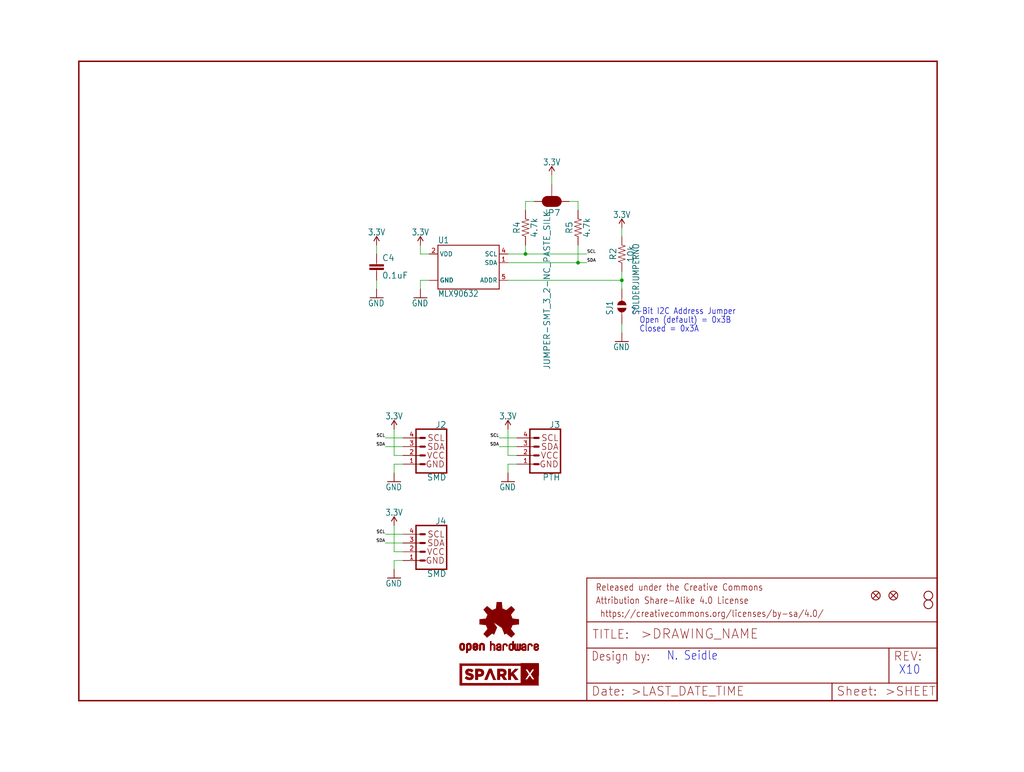
<source format=kicad_sch>
(kicad_sch (version 20211123) (generator eeschema)
  (paper "User" 297.002 223.926)
  (lib_symbols
    (symbol "eagleSchem-eagle-import:0.1UF-0603-25V-(+80{slash}-20%)"
      (property "Reference" "C" (at 1.524 2.921 0))
      (property "Value" "0.1UF-0603-25V-(+80{slash}-20%)" (at 1.524 -2.159 0))
      (symbol "0.1UF-0603-25V-(+80{slash}-20%)_1_0"
        (pin passive line (at 0 5.08 270) (length 2.54) (name "1") (number "1"))
        (pin passive line (at 0 -2.54 90) (length 2.54) (name "2") (number "2"))
      )
    )
    (symbol "eagleSchem-eagle-import:10KOHM-0603-1{slash}10W-1%"
      (property "Reference" "R" (at 0 1.524 0))
      (property "Value" "10KOHM-0603-1{slash}10W-1%" (at 0 -1.524 0))
      (symbol "10KOHM-0603-1{slash}10W-1%_1_0"
        (pin passive line (at -5.08 0 0) (length 2.54) (name "1") (number "1"))
        (pin passive line (at 5.08 0 180) (length 2.54) (name "2") (number "2"))
      )
    )
    (symbol "eagleSchem-eagle-import:3.3V" (power)
      (property "Value" "3.3V" (at 0 2.794 0))
      (symbol "3.3V_1_0"
        (pin power_in line (at 0 0 90) (length 2.54) (name "3.3V") (number "1"))
      )
    )
    (symbol "eagleSchem-eagle-import:4.7KOHM-0603-1{slash}10W-1%"
      (property "Reference" "R" (at 0 1.524 0))
      (property "Value" "4.7KOHM-0603-1{slash}10W-1%" (at 0 -1.524 0))
      (symbol "4.7KOHM-0603-1{slash}10W-1%_1_0"
        (pin passive line (at -5.08 0 0) (length 2.54) (name "1") (number "1"))
        (pin passive line (at 5.08 0 180) (length 2.54) (name "2") (number "2"))
      )
    )
    (symbol "eagleSchem-eagle-import:FIDUCIALUFIDUCIAL")
    (symbol "eagleSchem-eagle-import:FRAME-LETTER"
      (symbol "FRAME-LETTER_2_0"
        (text " https://creativecommons.org/licenses/by-sa/4.0/" (at 2.54 24.13 0) (effects (font (size 1.9304 1.6408)) (justify left bottom)))
        (text ">DRAWING_NAME" (at 15.494 17.78 0) (effects (font (size 2.7432 2.7432)) (justify left bottom)))
        (text ">LAST_DATE_TIME" (at 12.7 1.27 0) (effects (font (size 2.54 2.54)) (justify left bottom)))
        (text ">SHEET" (at 86.36 1.27 0) (effects (font (size 2.54 2.54)) (justify left bottom)))
        (text "Attribution Share-Alike 4.0 License" (at 2.54 27.94 0) (effects (font (size 1.9304 1.6408)) (justify left bottom)))
        (text "Date:" (at 1.27 1.27 0) (effects (font (size 2.54 2.54)) (justify left bottom)))
        (text "Design by:" (at 1.27 11.43 0) (effects (font (size 2.54 2.159)) (justify left bottom)))
        (text "Released under the Creative Commons" (at 2.54 31.75 0) (effects (font (size 1.9304 1.6408)) (justify left bottom)))
        (text "REV:" (at 88.9 11.43 0) (effects (font (size 2.54 2.54)) (justify left bottom)))
        (text "Sheet:" (at 72.39 1.27 0) (effects (font (size 2.54 2.54)) (justify left bottom)))
        (text "TITLE:" (at 1.524 17.78 0) (effects (font (size 2.54 2.54)) (justify left bottom)))
      )
    )
    (symbol "eagleSchem-eagle-import:GND" (power)
      (property "Value" "GND" (at -2.54 -2.54 0))
      (symbol "GND_1_0"
        (pin power_in line (at 0 2.54 270) (length 2.54) (name "GND") (number "1"))
      )
    )
    (symbol "eagleSchem-eagle-import:I2C_STANDARDJS-1MM"
      (property "Reference" "J" (at -5.08 7.874 0))
      (property "Value" "I2C_STANDARDJS-1MM" (at -5.08 -5.334 0))
      (symbol "I2C_STANDARDJS-1MM_1_0"
        (text "GND" (at -4.572 -2.54 0) (effects (font (size 1.778 1.778)) (justify left)))
        (text "SCL" (at -4.572 5.08 0) (effects (font (size 1.778 1.778)) (justify left)))
        (text "SDA" (at -4.572 2.54 0) (effects (font (size 1.778 1.778)) (justify left)))
        (text "VCC" (at -4.572 0 0) (effects (font (size 1.778 1.778)) (justify left)))
        (pin power_in line (at 7.62 -2.54 180) (length 5.08) (name "GND") (number "1"))
        (pin power_in line (at 7.62 0 180) (length 5.08) (name "VCC") (number "2"))
        (pin passive line (at 7.62 2.54 180) (length 5.08) (name "SDA") (number "3"))
        (pin passive line (at 7.62 5.08 180) (length 5.08) (name "SCL") (number "4"))
      )
    )
    (symbol "eagleSchem-eagle-import:I2C_STANDARD_NO_SILK"
      (property "Reference" "J" (at -5.08 7.874 0))
      (property "Value" "I2C_STANDARD_NO_SILK" (at -5.08 -5.334 0))
      (symbol "I2C_STANDARD_NO_SILK_1_0"
        (text "GND" (at -4.572 -2.54 0) (effects (font (size 1.778 1.778)) (justify left)))
        (text "SCL" (at -4.572 5.08 0) (effects (font (size 1.778 1.778)) (justify left)))
        (text "SDA" (at -4.572 2.54 0) (effects (font (size 1.778 1.778)) (justify left)))
        (text "VCC" (at -4.572 0 0) (effects (font (size 1.778 1.778)) (justify left)))
        (pin power_in line (at 7.62 -2.54 180) (length 5.08) (name "GND") (number "1"))
        (pin power_in line (at 7.62 0 180) (length 5.08) (name "VCC") (number "2"))
        (pin passive line (at 7.62 2.54 180) (length 5.08) (name "SDA") (number "3"))
        (pin passive line (at 7.62 5.08 180) (length 5.08) (name "SCL") (number "4"))
      )
    )
    (symbol "eagleSchem-eagle-import:JUMPER-SMT_3_2-NC_PASTE_SILK"
      (property "Reference" "JP" (at 2.54 0.381 0))
      (property "Value" "JUMPER-SMT_3_2-NC_PASTE_SILK" (at 2.54 -0.381 0))
      (symbol "JUMPER-SMT_3_2-NC_PASTE_SILK_1_0"
        (pin passive line (at 0 5.08 270) (length 2.54) (name "1") (number "1"))
        (pin passive line (at -5.08 0 0) (length 2.54) (name "2") (number "2"))
        (pin passive line (at 0 -5.08 90) (length 2.54) (name "3") (number "3"))
      )
    )
    (symbol "eagleSchem-eagle-import:MLX90632"
      (property "Reference" "U" (at -10.16 5.588 0))
      (property "Value" "MLX90632" (at -10.16 -9.906 0))
      (symbol "MLX90632_1_0"
        (pin bidirectional line (at 10.16 0 180) (length 2.54) (name "SDA") (number "1"))
        (pin bidirectional line (at -12.7 2.54 0) (length 2.54) (name "VDD") (number "2"))
        (pin bidirectional line (at -12.7 -5.08 0) (length 2.54) (name "GND") (number "3"))
        (pin bidirectional line (at 10.16 2.54 180) (length 2.54) (name "SCL") (number "4"))
        (pin bidirectional line (at 10.16 -5.08 180) (length 2.54) (name "ADDR") (number "5"))
        (pin bidirectional line (at -12.7 -5.08 0) (length 2.54) (name "GND") (number "6"))
      )
    )
    (symbol "eagleSchem-eagle-import:OSHW-LOGOMINI")
    (symbol "eagleSchem-eagle-import:SOLDERJUMPERNO"
      (property "Reference" "SJ" (at -2.54 2.54 0))
      (property "Value" "SOLDERJUMPERNO" (at -2.54 -5.08 0))
      (symbol "SOLDERJUMPERNO_1_0"
        (pin passive line (at -5.08 0 0) (length 2.54) (name "1") (number "1"))
        (pin passive line (at 5.08 0 180) (length 2.54) (name "2") (number "2"))
      )
    )
    (symbol "eagleSchem-eagle-import:SPARKX-LOGO4")
    (symbol "eagleSchem-eagle-import:STAND-OFF")
  )
  (junction (at 167.64 76.2))
  (junction (at 152.4 73.66))
  (junction (at 180.34 81.28))
  (wire (pts (xy 167.64 60.96) (xy 167.64 58.42)))
  (wire (pts (xy 121.92 81.28) (xy 121.92 83.82)))
  (wire (pts (xy 147.32 81.28) (xy 180.34 81.28)))
  (wire (pts (xy 116.84 129.54) (xy 111.76 129.54)))
  (wire (pts (xy 124.46 81.28) (xy 121.92 81.28)))
  (wire (pts (xy 147.32 76.2) (xy 167.64 76.2)))
  (wire (pts (xy 167.64 76.2) (xy 170.18 76.2)))
  (wire (pts (xy 167.64 58.42) (xy 165.1 58.42)))
  (wire (pts (xy 116.84 157.48) (xy 111.76 157.48)))
  (wire (pts (xy 116.84 162.56) (xy 114.3 162.56)))
  (wire (pts (xy 152.4 60.96) (xy 152.4 58.42)))
  (wire (pts (xy 180.34 83.82) (xy 180.34 81.28)))
  (wire (pts (xy 167.64 76.2) (xy 167.64 71.12)))
  (wire (pts (xy 114.3 162.56) (xy 114.3 165.1)))
  (wire (pts (xy 121.92 73.66) (xy 121.92 71.12)))
  (wire (pts (xy 114.3 134.62) (xy 114.3 137.16)))
  (wire (pts (xy 152.4 73.66) (xy 152.4 71.12)))
  (wire (pts (xy 109.22 81.28) (xy 109.22 83.82)))
  (wire (pts (xy 116.84 154.94) (xy 111.76 154.94)))
  (wire (pts (xy 149.86 127) (xy 144.78 127)))
  (wire (pts (xy 152.4 73.66) (xy 170.18 73.66)))
  (wire (pts (xy 180.34 81.28) (xy 180.34 78.74)))
  (wire (pts (xy 149.86 129.54) (xy 144.78 129.54)))
  (wire (pts (xy 114.3 132.08) (xy 114.3 124.46)))
  (wire (pts (xy 149.86 134.62) (xy 147.32 134.62)))
  (wire (pts (xy 114.3 160.02) (xy 114.3 152.4)))
  (wire (pts (xy 180.34 66.04) (xy 180.34 68.58)))
  (wire (pts (xy 124.46 73.66) (xy 121.92 73.66)))
  (wire (pts (xy 147.32 73.66) (xy 152.4 73.66)))
  (wire (pts (xy 152.4 58.42) (xy 154.94 58.42)))
  (wire (pts (xy 116.84 160.02) (xy 114.3 160.02)))
  (wire (pts (xy 116.84 134.62) (xy 114.3 134.62)))
  (wire (pts (xy 116.84 132.08) (xy 114.3 132.08)))
  (wire (pts (xy 147.32 132.08) (xy 147.32 124.46)))
  (wire (pts (xy 116.84 127) (xy 111.76 127)))
  (wire (pts (xy 149.86 132.08) (xy 147.32 132.08)))
  (wire (pts (xy 180.34 96.52) (xy 180.34 93.98)))
  (wire (pts (xy 109.22 73.66) (xy 109.22 71.12)))
  (wire (pts (xy 160.02 50.8) (xy 160.02 53.34)))
  (wire (pts (xy 147.32 134.62) (xy 147.32 137.16)))
  (text "Open (default) = 0x3B" (at 185.42 93.98 180) (effects (font (size 1.778 1.5113)) (justify left bottom)))
  (text "Closed = 0x3A" (at 185.42 96.52 180) (effects (font (size 1.778 1.5113)) (justify left bottom)))
  (text "7-Bit I2C Address Jumper" (at 182.88 91.44 180) (effects (font (size 1.778 1.5113)) (justify left bottom)))
  (text "N. Seidle" (at 193.294 191.77 180) (effects (font (size 2.54 2.159)) (justify left bottom)))
  (text "X10" (at 260.604 195.834 180) (effects (font (size 2.54 2.159)) (justify left bottom)))
  (label "SCL" (at 111.76 154.94 180) (effects (font (size 0.889 0.889))))
  (label "SDA" (at 111.76 157.48 180) (effects (font (size 0.889 0.889))))
  (label "SCL" (at 170.18 73.66 0) (effects (font (size 0.889 0.889))))
  (label "SDA" (at 144.78 129.54 180) (effects (font (size 0.889 0.889))))
  (label "SCL" (at 111.76 127 180) (effects (font (size 0.889 0.889))))
  (label "SCL" (at 144.78 127 180) (effects (font (size 0.889 0.889))))
  (label "SDA" (at 170.18 76.2 0) (effects (font (size 0.889 0.889))))
  (label "SDA" (at 111.76 129.54 180) (effects (font (size 0.889 0.889))))
  (symbol (lib_id "eagleSchem-eagle-import:SPARKX-LOGO4") (at 144.78 195.58 0) (unit 1)
    (property "Reference" "U$1" (effects hide))
    (property "Value" "SPARKX-LOGO4" (effects hide))
    (property "Footprint" "eagleSchem:SPARKX-MEDIUM" (effects hide))
  )
  (symbol (lib_id "eagleSchem-eagle-import:SOLDERJUMPERNO") (at 180.34 88.9 90) (unit 1)
    (property "Reference" "SJ1" (at 177.8 91.44 0) (effects (font (size 1.778 1.5113)) (justify left bottom)))
    (property "Value" "SOLDERJUMPERNO" (at 185.42 91.44 0) (effects (font (size 1.778 1.5113)) (justify left bottom)))
    (property "Footprint" "eagleSchem:SJ_2S-NO" (effects hide))
  )
  (symbol (lib_id "eagleSchem-eagle-import:FIDUCIALUFIDUCIAL") (at 254 172.72 0) (unit 1)
    (property "Reference" "JP2" (effects hide))
    (property "Value" "FIDUCIALUFIDUCIAL" (effects hide))
    (property "Footprint" "eagleSchem:MICRO-FIDUCIAL" (effects hide))
  )
  (symbol (lib_id "eagleSchem-eagle-import:10KOHM-0603-1{slash}10W-1%") (at 180.34 73.66 90) (unit 1)
    (property "Reference" "R2" (at 178.816 73.66 0) (effects (font (size 1.778 1.778)) (justify bottom)))
    (property "Value" "10k" (at 181.864 73.66 0) (effects (font (size 1.778 1.778)) (justify top)))
    (property "Footprint" "eagleSchem:0603" (effects hide))
  )
  (symbol (lib_id "eagleSchem-eagle-import:MLX90632") (at 137.16 76.2 0) (unit 1)
    (property "Reference" "U1" (at 127 70.612 0) (effects (font (size 1.778 1.5113)) (justify left bottom)))
    (property "Value" "MLX90632" (at 127 86.106 0) (effects (font (size 1.778 1.5113)) (justify left bottom)))
    (property "Footprint" "eagleSchem:MLX90632-3X3" (effects hide))
  )
  (symbol (lib_id "eagleSchem-eagle-import:4.7KOHM-0603-1{slash}10W-1%") (at 152.4 66.04 90) (unit 1)
    (property "Reference" "R4" (at 150.876 66.04 0) (effects (font (size 1.778 1.778)) (justify bottom)))
    (property "Value" "4.7k" (at 153.924 66.04 0) (effects (font (size 1.778 1.778)) (justify top)))
    (property "Footprint" "eagleSchem:0603" (effects hide))
  )
  (symbol (lib_id "eagleSchem-eagle-import:GND") (at 147.32 139.7 0) (unit 1)
    (property "Reference" "#GND7" (effects hide))
    (property "Value" "GND" (at 144.78 142.24 0) (effects (font (size 1.778 1.5113)) (justify left bottom)))
    (property "Footprint" "eagleSchem:" (effects hide))
  )
  (symbol (lib_id "eagleSchem-eagle-import:JUMPER-SMT_3_2-NC_PASTE_SILK") (at 160.02 58.42 270) (unit 1)
    (property "Reference" "JP7" (at 157.48 62.738 90) (effects (font (size 1.778 1.778)) (justify left bottom)))
    (property "Value" "JUMPER-SMT_3_2-NC_PASTE_SILK" (at 159.639 60.96 0) (effects (font (size 1.778 1.778)) (justify left top)))
    (property "Footprint" "eagleSchem:SMT-JUMPER_3_2-NC_PASTE_SILK" (effects hide))
  )
  (symbol (lib_id "eagleSchem-eagle-import:STAND-OFF") (at 269.24 175.26 0) (unit 1)
    (property "Reference" "JP4" (effects hide))
    (property "Value" "STAND-OFF" (effects hide))
    (property "Footprint" "eagleSchem:STAND-OFF" (effects hide))
  )
  (symbol (lib_id "eagleSchem-eagle-import:OSHW-LOGOMINI") (at 144.78 180.34 0) (unit 1)
    (property "Reference" "LOGO1" (effects hide))
    (property "Value" "OSHW-LOGOMINI" (effects hide))
    (property "Footprint" "eagleSchem:OSHW-LOGO-MINI" (effects hide))
  )
  (symbol (lib_id "eagleSchem-eagle-import:GND") (at 114.3 167.64 0) (unit 1)
    (property "Reference" "#GND8" (effects hide))
    (property "Value" "GND" (at 111.76 170.18 0) (effects (font (size 1.778 1.5113)) (justify left bottom)))
    (property "Footprint" "eagleSchem:" (effects hide))
  )
  (symbol (lib_id "eagleSchem-eagle-import:GND") (at 109.22 86.36 0) (unit 1)
    (property "Reference" "#GND4" (effects hide))
    (property "Value" "GND" (at 106.68 88.9 0) (effects (font (size 1.778 1.5113)) (justify left bottom)))
    (property "Footprint" "eagleSchem:" (effects hide))
  )
  (symbol (lib_id "eagleSchem-eagle-import:3.3V") (at 109.22 71.12 0) (unit 1)
    (property "Reference" "#SUPPLY5" (effects hide))
    (property "Value" "3.3V" (at 109.22 68.326 0) (effects (font (size 1.778 1.5113)) (justify bottom)))
    (property "Footprint" "eagleSchem:" (effects hide))
  )
  (symbol (lib_id "eagleSchem-eagle-import:GND") (at 114.3 139.7 0) (unit 1)
    (property "Reference" "#GND6" (effects hide))
    (property "Value" "GND" (at 111.76 142.24 0) (effects (font (size 1.778 1.5113)) (justify left bottom)))
    (property "Footprint" "eagleSchem:" (effects hide))
  )
  (symbol (lib_id "eagleSchem-eagle-import:3.3V") (at 121.92 71.12 0) (unit 1)
    (property "Reference" "#SUPPLY3" (effects hide))
    (property "Value" "3.3V" (at 121.92 68.326 0) (effects (font (size 1.778 1.5113)) (justify bottom)))
    (property "Footprint" "eagleSchem:" (effects hide))
  )
  (symbol (lib_id "eagleSchem-eagle-import:GND") (at 180.34 99.06 0) (unit 1)
    (property "Reference" "#GND2" (effects hide))
    (property "Value" "GND" (at 177.8 101.6 0) (effects (font (size 1.778 1.5113)) (justify left bottom)))
    (property "Footprint" "eagleSchem:" (effects hide))
  )
  (symbol (lib_id "eagleSchem-eagle-import:FRAME-LETTER") (at 22.86 203.2 0) (unit 1)
    (property "Reference" "FRAME1" (effects hide))
    (property "Value" "FRAME-LETTER" (effects hide))
    (property "Footprint" "eagleSchem:CREATIVE_COMMONS" (effects hide))
  )
  (symbol (lib_id "eagleSchem-eagle-import:4.7KOHM-0603-1{slash}10W-1%") (at 167.64 66.04 90) (unit 1)
    (property "Reference" "R5" (at 166.116 66.04 0) (effects (font (size 1.778 1.778)) (justify bottom)))
    (property "Value" "4.7k" (at 169.164 66.04 0) (effects (font (size 1.778 1.778)) (justify top)))
    (property "Footprint" "eagleSchem:0603" (effects hide))
  )
  (symbol (lib_id "eagleSchem-eagle-import:SPARKX-LOGO4") (at 144.78 195.58 0) (unit 1)
    (property "Reference" "U$2" (effects hide))
    (property "Value" "SPARKX-LOGO4" (effects hide))
    (property "Footprint" "eagleSchem:SPARKX-MEDIUM" (effects hide))
  )
  (symbol (lib_id "eagleSchem-eagle-import:STAND-OFF") (at 269.24 172.72 0) (unit 1)
    (property "Reference" "JP3" (effects hide))
    (property "Value" "STAND-OFF" (effects hide))
    (property "Footprint" "eagleSchem:STAND-OFF" (effects hide))
  )
  (symbol (lib_id "eagleSchem-eagle-import:I2C_STANDARD_NO_SILK") (at 157.48 132.08 0) (mirror y) (unit 1)
    (property "Reference" "J3" (at 162.56 124.206 0) (effects (font (size 1.778 1.778)) (justify left bottom)))
    (property "Value" "PTH" (at 162.56 137.414 0) (effects (font (size 1.778 1.778)) (justify left top)))
    (property "Footprint" "eagleSchem:1X04_NO_SILK" (effects hide))
  )
  (symbol (lib_id "eagleSchem-eagle-import:I2C_STANDARDJS-1MM") (at 124.46 160.02 0) (mirror y) (unit 1)
    (property "Reference" "J4" (at 129.54 152.146 0) (effects (font (size 1.778 1.778)) (justify left bottom)))
    (property "Value" "SMD" (at 129.54 165.354 0) (effects (font (size 1.778 1.778)) (justify left top)))
    (property "Footprint" "eagleSchem:1X04_1MM_RA" (effects hide))
  )
  (symbol (lib_id "eagleSchem-eagle-import:I2C_STANDARDJS-1MM") (at 124.46 132.08 0) (mirror y) (unit 1)
    (property "Reference" "J2" (at 129.54 124.206 0) (effects (font (size 1.778 1.778)) (justify left bottom)))
    (property "Value" "SMD" (at 129.54 137.414 0) (effects (font (size 1.778 1.778)) (justify left top)))
    (property "Footprint" "eagleSchem:1X04_1MM_RA" (effects hide))
  )
  (symbol (lib_id "eagleSchem-eagle-import:GND") (at 121.92 86.36 0) (unit 1)
    (property "Reference" "#GND1" (effects hide))
    (property "Value" "GND" (at 119.38 88.9 0) (effects (font (size 1.778 1.5113)) (justify left bottom)))
    (property "Footprint" "eagleSchem:" (effects hide))
  )
  (symbol (lib_id "eagleSchem-eagle-import:3.3V") (at 180.34 66.04 0) (unit 1)
    (property "Reference" "#SUPPLY2" (effects hide))
    (property "Value" "3.3V" (at 180.34 63.246 0) (effects (font (size 1.778 1.5113)) (justify bottom)))
    (property "Footprint" "eagleSchem:" (effects hide))
  )
  (symbol (lib_id "eagleSchem-eagle-import:0.1UF-0603-25V-(+80{slash}-20%)") (at 109.22 78.74 0) (unit 1)
    (property "Reference" "C4" (at 110.744 75.819 0) (effects (font (size 1.778 1.778)) (justify left bottom)))
    (property "Value" "0.1uF" (at 110.744 80.899 0) (effects (font (size 1.778 1.778)) (justify left bottom)))
    (property "Footprint" "eagleSchem:0603" (effects hide))
  )
  (symbol (lib_id "eagleSchem-eagle-import:FIDUCIALUFIDUCIAL") (at 259.08 172.72 0) (unit 1)
    (property "Reference" "JP6" (effects hide))
    (property "Value" "FIDUCIALUFIDUCIAL" (effects hide))
    (property "Footprint" "eagleSchem:MICRO-FIDUCIAL" (effects hide))
  )
  (symbol (lib_id "eagleSchem-eagle-import:FRAME-LETTER") (at 170.18 203.2 0) (unit 2)
    (property "Reference" "FRAME1" (effects hide))
    (property "Value" "FRAME-LETTER" (effects hide))
    (property "Footprint" "eagleSchem:CREATIVE_COMMONS" (effects hide))
  )
  (symbol (lib_id "eagleSchem-eagle-import:3.3V") (at 160.02 50.8 0) (unit 1)
    (property "Reference" "#SUPPLY1" (effects hide))
    (property "Value" "3.3V" (at 160.02 48.006 0) (effects (font (size 1.778 1.5113)) (justify bottom)))
    (property "Footprint" "eagleSchem:" (effects hide))
  )
  (symbol (lib_id "eagleSchem-eagle-import:3.3V") (at 114.3 124.46 0) (unit 1)
    (property "Reference" "#SUPPLY4" (effects hide))
    (property "Value" "3.3V" (at 114.3 121.666 0) (effects (font (size 1.778 1.5113)) (justify bottom)))
    (property "Footprint" "eagleSchem:" (effects hide))
  )
  (symbol (lib_id "eagleSchem-eagle-import:3.3V") (at 114.3 152.4 0) (unit 1)
    (property "Reference" "#SUPPLY8" (effects hide))
    (property "Value" "3.3V" (at 114.3 149.606 0) (effects (font (size 1.778 1.5113)) (justify bottom)))
    (property "Footprint" "eagleSchem:" (effects hide))
  )
  (symbol (lib_id "eagleSchem-eagle-import:3.3V") (at 147.32 124.46 0) (unit 1)
    (property "Reference" "#SUPPLY7" (effects hide))
    (property "Value" "3.3V" (at 147.32 121.666 0) (effects (font (size 1.778 1.5113)) (justify bottom)))
    (property "Footprint" "eagleSchem:" (effects hide))
  )
)
</source>
